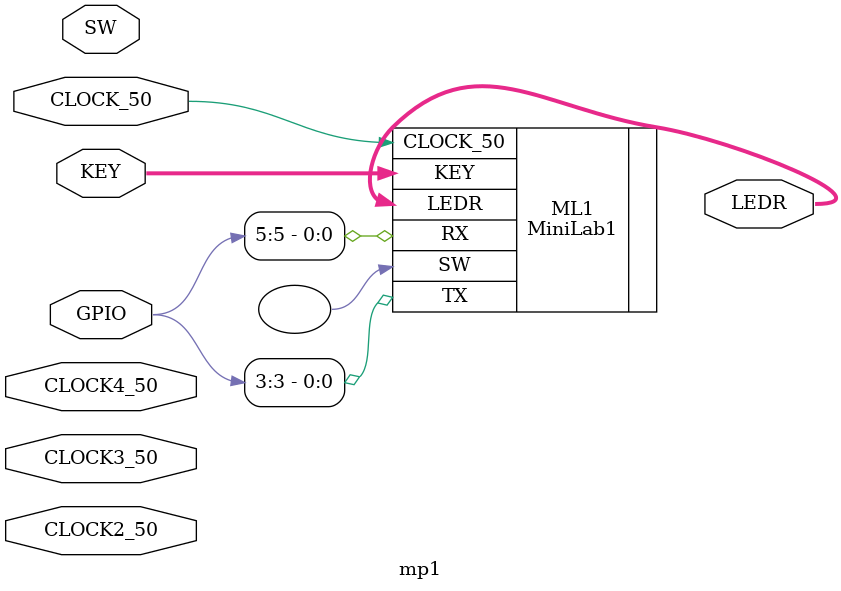
<source format=v>


module mp1(

	//////////// CLOCK //////////
	input 		          		CLOCK2_50,
	input 		          		CLOCK3_50,
	input 		          		CLOCK4_50,
	input 		          		CLOCK_50,

	//////////// KEY //////////
	input 		     [3:0]		KEY,

	//////////// LED //////////
	output		     [9:0]		LEDR,

	//////////// GPIO_1, GPIO_1 connect to GPIO Default //////////
	inout 		    [35:0]		GPIO,
	
	//////////// SW //////////
	input 		     [9:0]		SW
);



//=======================================================
//  REG/WIRE declarations
//=======================================================

MiniLab1 ML1(.KEY(KEY), .CLOCK_50(CLOCK_50), .LEDR(LEDR), .SW(), .TX(GPIO[3]), .RX(GPIO[5]));


//=======================================================
//  Structural coding
//=======================================================



endmodule

</source>
